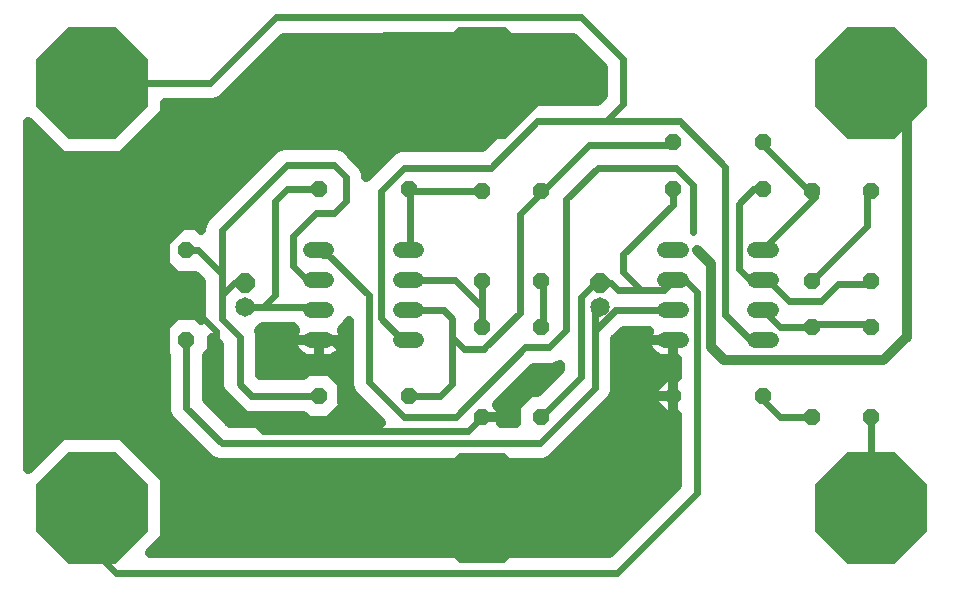
<source format=gbr>
G75*
%MOIN*%
%OFA0B0*%
%FSLAX25Y25*%
%IPPOS*%
%LPD*%
%AMOC8*
5,1,8,0,0,1.08239X$1,22.5*
%
%ADD10OC8,0.06496*%
%ADD11C,0.06496*%
%ADD12C,0.05200*%
%ADD13OC8,0.05600*%
%ADD14OC8,0.37402*%
%ADD15C,0.02362*%
%ADD16C,0.02400*%
%ADD17C,0.03200*%
%ADD18OC8,0.36614*%
D10*
X0085277Y0108962D03*
X0203387Y0108962D03*
D11*
X0203387Y0100962D03*
X0085277Y0100962D03*
D12*
X0107047Y0099962D02*
X0112247Y0099962D01*
X0112247Y0089962D02*
X0107047Y0089962D01*
X0137047Y0089962D02*
X0142247Y0089962D01*
X0142247Y0099962D02*
X0137047Y0099962D01*
X0137047Y0109962D02*
X0142247Y0109962D01*
X0142247Y0119962D02*
X0137047Y0119962D01*
X0112247Y0119962D02*
X0107047Y0119962D01*
X0107047Y0109962D02*
X0112247Y0109962D01*
X0225157Y0109962D02*
X0230357Y0109962D01*
X0230357Y0119962D02*
X0225157Y0119962D01*
X0225157Y0099962D02*
X0230357Y0099962D01*
X0230357Y0089962D02*
X0225157Y0089962D01*
X0255157Y0089962D02*
X0260357Y0089962D01*
X0260357Y0099962D02*
X0255157Y0099962D01*
X0255157Y0109962D02*
X0260357Y0109962D01*
X0260357Y0119962D02*
X0255157Y0119962D01*
D13*
X0274254Y0109647D03*
X0293939Y0109647D03*
X0293939Y0094372D03*
X0274254Y0094372D03*
X0257757Y0071498D03*
X0274254Y0064372D03*
X0293939Y0064372D03*
X0227757Y0071498D03*
X0183702Y0064372D03*
X0164017Y0064372D03*
X0139647Y0071498D03*
X0109647Y0071498D03*
X0065592Y0089962D03*
X0065592Y0119962D03*
X0109647Y0140395D03*
X0139647Y0140395D03*
X0164017Y0139647D03*
X0183702Y0139647D03*
X0227757Y0140395D03*
X0227757Y0156143D03*
X0257757Y0156143D03*
X0257757Y0140395D03*
X0274254Y0139647D03*
X0293939Y0139647D03*
X0183702Y0109647D03*
X0164017Y0109647D03*
X0164017Y0094372D03*
X0183702Y0094372D03*
D14*
X0293939Y0034096D03*
X0293939Y0175828D03*
X0164017Y0175828D03*
X0034096Y0175828D03*
X0034096Y0034096D03*
D15*
X0126456Y0076057D02*
X0138043Y0064470D01*
X0155423Y0064470D01*
X0178596Y0087643D01*
X0186320Y0087643D01*
X0192114Y0093437D01*
X0192114Y0112748D01*
X0184389Y0108885D02*
X0183702Y0109647D01*
X0184389Y0108885D02*
X0184389Y0095368D01*
X0183702Y0094372D01*
X0176665Y0099230D02*
X0176665Y0132059D01*
X0182458Y0137852D01*
X0183702Y0139647D01*
X0184389Y0139783D01*
X0199838Y0155232D01*
X0226874Y0155232D01*
X0227757Y0156143D01*
X0228805Y0162956D02*
X0211261Y0162956D01*
X0205356Y0162956D01*
X0182458Y0162956D01*
X0167009Y0147507D01*
X0138043Y0147507D01*
X0130319Y0139783D01*
X0130319Y0097299D01*
X0138043Y0089574D01*
X0139647Y0089962D01*
X0126456Y0076057D02*
X0126456Y0105023D01*
X0112939Y0118541D01*
X0111007Y0118541D01*
X0109647Y0119962D01*
X0109076Y0101161D02*
X0109647Y0099962D01*
X0109076Y0101161D02*
X0091183Y0101161D01*
X0085903Y0101161D01*
X0085277Y0100962D01*
X0058868Y0112748D02*
X0058868Y0122403D01*
X0109612Y0173147D01*
X0111007Y0174543D01*
X0128387Y0197716D02*
X0130553Y0197716D01*
X0172803Y0197716D01*
X0228805Y0147507D02*
X0234598Y0141714D01*
X0234598Y0126265D01*
X0257771Y0120472D02*
X0257757Y0119962D01*
X0257771Y0120472D02*
X0275151Y0137852D01*
X0274254Y0139647D01*
X0273220Y0139783D01*
X0257771Y0155232D01*
X0257757Y0156143D01*
X0292531Y0137852D02*
X0293939Y0139647D01*
X0292531Y0137852D02*
X0292531Y0128196D01*
X0275151Y0110817D01*
X0274254Y0109647D01*
X0277082Y0103092D02*
X0266380Y0103092D01*
X0277082Y0103092D02*
X0282876Y0108885D01*
X0292531Y0108885D01*
X0293939Y0109647D01*
X0292531Y0095368D02*
X0293939Y0094372D01*
X0292531Y0095368D02*
X0275151Y0095368D01*
X0274254Y0094372D01*
X0257757Y0071498D02*
X0257771Y0070263D01*
X0263565Y0064470D01*
X0273220Y0064470D01*
X0274254Y0064372D01*
X0201769Y0074126D02*
X0201769Y0093151D01*
X0201769Y0099230D01*
X0203387Y0100962D01*
X0176665Y0099230D02*
X0165078Y0087643D01*
X0139647Y0119962D02*
X0139974Y0120472D01*
X0139974Y0139783D01*
X0139647Y0140395D01*
X0139974Y0139783D02*
X0163147Y0139783D01*
X0164017Y0139647D01*
X0155423Y0012330D02*
X0176665Y0012330D01*
D16*
X0034096Y0020317D02*
X0034096Y0034096D01*
X0034096Y0020317D02*
X0042082Y0012330D01*
X0155423Y0012330D01*
X0176665Y0012330D02*
X0209181Y0012330D01*
X0235868Y0039017D01*
X0235868Y0105946D01*
X0231852Y0109962D01*
X0227757Y0109962D01*
X0224726Y0106931D01*
X0217167Y0106931D01*
X0211261Y0112836D01*
X0211261Y0118742D01*
X0227757Y0135238D01*
X0227757Y0140395D01*
X0228805Y0147507D02*
X0202626Y0147507D01*
X0192114Y0136996D01*
X0192114Y0112748D01*
X0196990Y0104470D02*
X0201419Y0108899D01*
X0203387Y0108962D02*
X0207261Y0108962D01*
X0209293Y0106931D01*
X0217167Y0106931D01*
X0208580Y0099962D02*
X0227757Y0099962D01*
X0245218Y0098565D02*
X0245218Y0147777D01*
X0230039Y0162956D01*
X0228805Y0162956D01*
X0211261Y0162956D02*
X0207563Y0162956D01*
X0205356Y0162956D02*
X0211261Y0168862D01*
X0211261Y0183702D01*
X0197248Y0197716D01*
X0172803Y0197716D01*
X0164017Y0175828D02*
X0112293Y0175828D01*
X0109612Y0173147D01*
X0095354Y0197716D02*
X0130553Y0197716D01*
X0095354Y0197716D02*
X0073466Y0175828D01*
X0034096Y0175828D01*
X0095120Y0136458D02*
X0095120Y0105098D01*
X0091183Y0101161D01*
X0085277Y0108962D02*
X0081403Y0108962D01*
X0077403Y0104962D01*
X0077403Y0097088D01*
X0083309Y0091183D01*
X0083309Y0075435D01*
X0087246Y0071498D01*
X0109647Y0071498D01*
X0116773Y0069529D02*
X0126616Y0059687D01*
X0091183Y0059687D01*
X0075435Y0075435D01*
X0075435Y0093151D01*
X0067561Y0101025D01*
X0062805Y0101025D01*
X0058868Y0097088D01*
X0058868Y0112748D01*
X0065592Y0119962D02*
X0069529Y0119962D01*
X0077403Y0112088D01*
X0077403Y0126616D01*
X0099057Y0148269D01*
X0114805Y0148269D01*
X0118742Y0144332D01*
X0118742Y0136458D01*
X0114805Y0132521D01*
X0108899Y0132521D01*
X0101025Y0124647D01*
X0101025Y0114805D01*
X0105868Y0109962D01*
X0109647Y0109962D01*
X0139647Y0109962D02*
X0155080Y0109962D01*
X0164017Y0101025D01*
X0164017Y0109647D01*
X0164017Y0101025D02*
X0164017Y0094372D01*
X0165078Y0087643D02*
X0164681Y0087246D01*
X0158112Y0087246D01*
X0154175Y0091183D01*
X0154175Y0075435D01*
X0150238Y0071498D01*
X0139647Y0071498D01*
X0126616Y0059687D02*
X0159332Y0059687D01*
X0164017Y0064372D01*
X0183702Y0064372D02*
X0196990Y0077659D01*
X0196990Y0104470D01*
X0201769Y0093151D02*
X0208580Y0099962D01*
X0245218Y0098565D02*
X0253820Y0089962D01*
X0257757Y0089962D01*
X0263348Y0094372D02*
X0257757Y0099962D01*
X0263348Y0094372D02*
X0274254Y0094372D01*
X0266380Y0103092D02*
X0259509Y0109962D01*
X0257757Y0109962D01*
X0253506Y0109962D01*
X0249647Y0113820D01*
X0249647Y0135474D01*
X0254569Y0140395D01*
X0257757Y0140395D01*
X0201769Y0074126D02*
X0183393Y0055750D01*
X0077403Y0055750D01*
X0065592Y0067561D01*
X0065592Y0089962D01*
X0058868Y0097088D02*
X0058868Y0056569D01*
X0109647Y0089962D02*
X0114057Y0089962D01*
X0116773Y0087246D01*
X0116773Y0069529D01*
X0154175Y0091183D02*
X0154175Y0097088D01*
X0151301Y0099962D01*
X0139647Y0099962D01*
X0099057Y0140395D02*
X0095120Y0136458D01*
X0099057Y0140395D02*
X0109647Y0140395D01*
X0077403Y0112088D02*
X0077403Y0110868D01*
X0077403Y0104962D01*
X0293939Y0064372D02*
X0293939Y0034096D01*
D17*
X0229068Y0041834D02*
X0229068Y0065098D01*
X0227758Y0065098D01*
X0227758Y0071498D01*
X0227758Y0077898D01*
X0229068Y0077898D01*
X0229068Y0083762D01*
X0227758Y0083762D01*
X0227758Y0089962D01*
X0227757Y0089962D01*
X0227757Y0089962D01*
X0218957Y0089962D01*
X0218957Y0089474D01*
X0219110Y0088510D01*
X0219412Y0087582D01*
X0219855Y0086713D01*
X0220428Y0085923D01*
X0221118Y0085233D01*
X0221908Y0084659D01*
X0222778Y0084216D01*
X0223706Y0083915D01*
X0224670Y0083762D01*
X0227757Y0083762D01*
X0227757Y0089962D01*
X0218957Y0089962D01*
X0218957Y0090450D01*
X0219110Y0091414D01*
X0219412Y0092342D01*
X0219830Y0093162D01*
X0211397Y0093162D01*
X0208550Y0090316D01*
X0208550Y0075524D01*
X0208569Y0075478D01*
X0208569Y0072773D01*
X0207534Y0070274D01*
X0187245Y0049985D01*
X0184746Y0048950D01*
X0076051Y0048950D01*
X0073551Y0049985D01*
X0071638Y0051898D01*
X0061740Y0061796D01*
X0059827Y0063709D01*
X0058792Y0066208D01*
X0058792Y0084883D01*
X0057192Y0086483D01*
X0057192Y0093442D01*
X0062113Y0098362D01*
X0069072Y0098362D01*
X0070603Y0096831D01*
X0070603Y0109272D01*
X0068313Y0111562D01*
X0062113Y0111562D01*
X0057192Y0116483D01*
X0057192Y0123442D01*
X0062113Y0128362D01*
X0069072Y0128362D01*
X0070603Y0126831D01*
X0070603Y0127968D01*
X0071638Y0130468D01*
X0073551Y0132380D01*
X0095205Y0154034D01*
X0097704Y0155069D01*
X0116157Y0155069D01*
X0118657Y0154034D01*
X0120569Y0152121D01*
X0124506Y0148184D01*
X0125542Y0145685D01*
X0125542Y0144596D01*
X0126477Y0145532D01*
X0134202Y0153256D01*
X0136694Y0154289D01*
X0164201Y0154289D01*
X0178617Y0168705D01*
X0181109Y0169737D01*
X0202520Y0169737D01*
X0204461Y0171678D01*
X0204461Y0180886D01*
X0194431Y0190916D01*
X0171450Y0190916D01*
X0171405Y0190935D01*
X0131951Y0190935D01*
X0131905Y0190916D01*
X0098171Y0190916D01*
X0077318Y0170064D01*
X0074819Y0169028D01*
X0058397Y0169028D01*
X0058397Y0165763D01*
X0044162Y0151528D01*
X0024030Y0151528D01*
X0012637Y0162921D01*
X0012637Y0047003D01*
X0024030Y0058397D01*
X0044162Y0058397D01*
X0058397Y0044162D01*
X0058397Y0024030D01*
X0053497Y0019130D01*
X0156775Y0019130D01*
X0156821Y0019111D01*
X0175267Y0019111D01*
X0175312Y0019130D01*
X0206364Y0019130D01*
X0229068Y0041834D01*
X0228954Y0041721D02*
X0058397Y0041721D01*
X0057639Y0044919D02*
X0229068Y0044919D01*
X0229068Y0048118D02*
X0054441Y0048118D01*
X0051242Y0051316D02*
X0072220Y0051316D01*
X0071638Y0051898D02*
X0071638Y0051898D01*
X0069021Y0054515D02*
X0048044Y0054515D01*
X0044845Y0057713D02*
X0065823Y0057713D01*
X0062624Y0060912D02*
X0012637Y0060912D01*
X0012637Y0057713D02*
X0023347Y0057713D01*
X0020148Y0054515D02*
X0012637Y0054515D01*
X0012637Y0051316D02*
X0016950Y0051316D01*
X0013751Y0048118D02*
X0012637Y0048118D01*
X0012637Y0064110D02*
X0059661Y0064110D01*
X0061740Y0061796D02*
X0061740Y0061796D01*
X0058792Y0067309D02*
X0012637Y0067309D01*
X0012637Y0070507D02*
X0058792Y0070507D01*
X0058792Y0073706D02*
X0012637Y0073706D01*
X0012637Y0076904D02*
X0058792Y0076904D01*
X0058792Y0080103D02*
X0012637Y0080103D01*
X0012637Y0083301D02*
X0058792Y0083301D01*
X0057192Y0086500D02*
X0012637Y0086500D01*
X0012637Y0089698D02*
X0057192Y0089698D01*
X0057192Y0092897D02*
X0012637Y0092897D01*
X0012637Y0096095D02*
X0059846Y0096095D01*
X0070603Y0099294D02*
X0012637Y0099294D01*
X0012637Y0102492D02*
X0070603Y0102492D01*
X0070603Y0105691D02*
X0012637Y0105691D01*
X0012637Y0108889D02*
X0070603Y0108889D01*
X0061587Y0112088D02*
X0012637Y0112088D01*
X0012637Y0115286D02*
X0058389Y0115286D01*
X0057192Y0118485D02*
X0012637Y0118485D01*
X0012637Y0121683D02*
X0057192Y0121683D01*
X0058632Y0124882D02*
X0012637Y0124882D01*
X0012637Y0128080D02*
X0061831Y0128080D01*
X0069353Y0128080D02*
X0070650Y0128080D01*
X0072450Y0131279D02*
X0012637Y0131279D01*
X0012637Y0134477D02*
X0075648Y0134477D01*
X0078847Y0137676D02*
X0012637Y0137676D01*
X0012637Y0140874D02*
X0082045Y0140874D01*
X0085244Y0144073D02*
X0012637Y0144073D01*
X0012637Y0147272D02*
X0088442Y0147272D01*
X0091641Y0150470D02*
X0012637Y0150470D01*
X0012637Y0153669D02*
X0021889Y0153669D01*
X0018691Y0156867D02*
X0012637Y0156867D01*
X0012637Y0160066D02*
X0015492Y0160066D01*
X0046303Y0153669D02*
X0094839Y0153669D01*
X0119022Y0153669D02*
X0135197Y0153669D01*
X0131416Y0150470D02*
X0122221Y0150470D01*
X0124885Y0147272D02*
X0128217Y0147272D01*
X0166779Y0156867D02*
X0049501Y0156867D01*
X0052700Y0160066D02*
X0169978Y0160066D01*
X0173176Y0163264D02*
X0055898Y0163264D01*
X0058397Y0166463D02*
X0176375Y0166463D01*
X0180925Y0169661D02*
X0076346Y0169661D01*
X0080114Y0172860D02*
X0204461Y0172860D01*
X0204461Y0176058D02*
X0083313Y0176058D01*
X0086511Y0179257D02*
X0204461Y0179257D01*
X0202892Y0182455D02*
X0089710Y0182455D01*
X0092908Y0185654D02*
X0199693Y0185654D01*
X0196495Y0188852D02*
X0096107Y0188852D01*
X0235631Y0119962D02*
X0240297Y0115297D01*
X0240297Y0087738D01*
X0244726Y0083309D01*
X0297876Y0083309D01*
X0305750Y0091183D01*
X0305750Y0164017D01*
X0293939Y0175828D01*
X0219694Y0092897D02*
X0211132Y0092897D01*
X0208550Y0089698D02*
X0218957Y0089698D01*
X0220009Y0086500D02*
X0208550Y0086500D01*
X0208550Y0083301D02*
X0229068Y0083301D01*
X0229068Y0080103D02*
X0208550Y0080103D01*
X0208550Y0076904D02*
X0224113Y0076904D01*
X0225107Y0077898D02*
X0227757Y0077898D01*
X0227757Y0071498D01*
X0221357Y0071498D01*
X0221357Y0074149D01*
X0225107Y0077898D01*
X0227757Y0076904D02*
X0227758Y0076904D01*
X0227758Y0073706D02*
X0227757Y0073706D01*
X0227757Y0071498D02*
X0227758Y0071498D01*
X0227757Y0071498D02*
X0227757Y0089962D01*
X0227758Y0089698D02*
X0227757Y0089698D01*
X0227758Y0086500D02*
X0227757Y0086500D01*
X0221357Y0073706D02*
X0208569Y0073706D01*
X0207631Y0070507D02*
X0221357Y0070507D01*
X0221357Y0071498D02*
X0221357Y0068847D01*
X0225107Y0065098D01*
X0227757Y0065098D01*
X0227757Y0071498D01*
X0227757Y0071498D01*
X0221357Y0071498D01*
X0222895Y0067309D02*
X0204569Y0067309D01*
X0201371Y0064110D02*
X0229068Y0064110D01*
X0227758Y0067309D02*
X0227757Y0067309D01*
X0227758Y0070507D02*
X0227757Y0070507D01*
X0227758Y0071498D02*
X0227757Y0071498D01*
X0227757Y0050592D01*
X0211261Y0034096D01*
X0164017Y0034096D01*
X0081340Y0034096D01*
X0058868Y0056569D01*
X0075461Y0067309D02*
X0081818Y0067309D01*
X0081481Y0067646D02*
X0077544Y0071583D01*
X0076509Y0074082D01*
X0076509Y0088366D01*
X0073992Y0090883D01*
X0073992Y0086483D01*
X0072392Y0084883D01*
X0072392Y0070377D01*
X0080220Y0062550D01*
X0130373Y0062550D01*
X0120708Y0072216D01*
X0119675Y0074708D01*
X0119675Y0096467D01*
X0119199Y0095317D01*
X0117358Y0093476D01*
X0117550Y0093212D01*
X0117993Y0092342D01*
X0118295Y0091414D01*
X0118447Y0090450D01*
X0118447Y0089962D01*
X0118447Y0089474D01*
X0118295Y0088510D01*
X0117993Y0087582D01*
X0117550Y0086713D01*
X0116976Y0085923D01*
X0116286Y0085233D01*
X0115497Y0084659D01*
X0114627Y0084216D01*
X0113699Y0083915D01*
X0112735Y0083762D01*
X0109647Y0083762D01*
X0106559Y0083762D01*
X0105595Y0083915D01*
X0104667Y0084216D01*
X0103798Y0084659D01*
X0103008Y0085233D01*
X0102318Y0085923D01*
X0101745Y0086713D01*
X0101301Y0087582D01*
X0101000Y0088510D01*
X0100847Y0089474D01*
X0100847Y0089962D01*
X0109647Y0089962D01*
X0109647Y0089962D01*
X0109647Y0083762D01*
X0109647Y0089962D01*
X0109647Y0089962D01*
X0100847Y0089962D01*
X0100847Y0090450D01*
X0101000Y0091414D01*
X0101301Y0092342D01*
X0101745Y0093212D01*
X0101937Y0093476D01*
X0101033Y0094380D01*
X0092581Y0094380D01*
X0092535Y0094361D01*
X0091189Y0094361D01*
X0090289Y0093461D01*
X0089808Y0093262D01*
X0090109Y0092535D01*
X0090109Y0078298D01*
X0104568Y0078298D01*
X0106168Y0079898D01*
X0113127Y0079898D01*
X0118047Y0074977D01*
X0118047Y0068018D01*
X0113127Y0063098D01*
X0106168Y0063098D01*
X0104568Y0064698D01*
X0085893Y0064698D01*
X0083394Y0065733D01*
X0081481Y0067646D01*
X0078619Y0070507D02*
X0072392Y0070507D01*
X0072392Y0073706D02*
X0076665Y0073706D01*
X0076509Y0076904D02*
X0072392Y0076904D01*
X0072392Y0080103D02*
X0076509Y0080103D01*
X0076509Y0083301D02*
X0072392Y0083301D01*
X0073992Y0086500D02*
X0076509Y0086500D01*
X0075176Y0089698D02*
X0073992Y0089698D01*
X0090109Y0089698D02*
X0100847Y0089698D01*
X0101584Y0092897D02*
X0089959Y0092897D01*
X0090109Y0086500D02*
X0101899Y0086500D01*
X0109647Y0086500D02*
X0109647Y0086500D01*
X0109647Y0089698D02*
X0109647Y0089698D01*
X0109647Y0089962D02*
X0118447Y0089962D01*
X0109647Y0089962D01*
X0109647Y0089962D01*
X0117395Y0086500D02*
X0119675Y0086500D01*
X0119675Y0083301D02*
X0090109Y0083301D01*
X0090109Y0080103D02*
X0119675Y0080103D01*
X0119675Y0076904D02*
X0116120Y0076904D01*
X0118047Y0073706D02*
X0120090Y0073706D01*
X0118047Y0070507D02*
X0122416Y0070507D01*
X0125614Y0067309D02*
X0117338Y0067309D01*
X0114139Y0064110D02*
X0128813Y0064110D01*
X0105155Y0064110D02*
X0078659Y0064110D01*
X0118447Y0089698D02*
X0119675Y0089698D01*
X0119675Y0092897D02*
X0117710Y0092897D01*
X0119521Y0096095D02*
X0119675Y0096095D01*
X0164914Y0064372D02*
X0170417Y0064372D01*
X0164914Y0064372D01*
X0164914Y0064372D01*
X0170417Y0064372D02*
X0170417Y0062550D01*
X0175302Y0062550D01*
X0175302Y0067851D01*
X0180223Y0072772D01*
X0182486Y0072772D01*
X0190190Y0080476D01*
X0190190Y0081923D01*
X0190162Y0081895D01*
X0187669Y0080862D01*
X0181405Y0080862D01*
X0168991Y0068449D01*
X0170417Y0067023D01*
X0170417Y0064372D01*
X0170417Y0064110D02*
X0175302Y0064110D01*
X0175302Y0067309D02*
X0170131Y0067309D01*
X0171050Y0070507D02*
X0177959Y0070507D01*
X0174248Y0073706D02*
X0183420Y0073706D01*
X0186618Y0076904D02*
X0177447Y0076904D01*
X0180645Y0080103D02*
X0189817Y0080103D01*
X0198172Y0060912D02*
X0229068Y0060912D01*
X0229068Y0057713D02*
X0194974Y0057713D01*
X0191775Y0054515D02*
X0229068Y0054515D01*
X0229068Y0051316D02*
X0188577Y0051316D01*
X0219359Y0032125D02*
X0058397Y0032125D01*
X0058397Y0035324D02*
X0222557Y0035324D01*
X0225756Y0038522D02*
X0058397Y0038522D01*
X0058397Y0028927D02*
X0216160Y0028927D01*
X0212962Y0025728D02*
X0058397Y0025728D01*
X0056896Y0022530D02*
X0209763Y0022530D01*
X0206565Y0019331D02*
X0053698Y0019331D01*
D18*
X0164017Y0034096D03*
M02*

</source>
